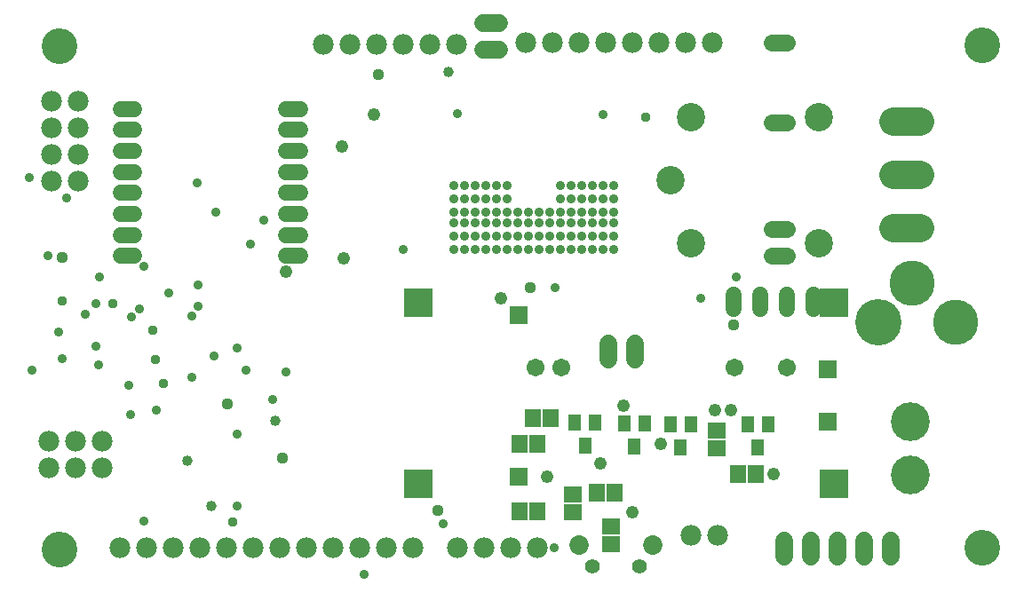
<source format=gbr>
G04 EAGLE Gerber RS-274X export*
G75*
%MOMM*%
%FSLAX34Y34*%
%LPD*%
%INSoldermask Bottom*%
%IPPOS*%
%AMOC8*
5,1,8,0,0,1.08239X$1,22.5*%
G01*
%ADD10C,3.403200*%
%ADD11C,1.981200*%
%ADD12C,2.703200*%
%ADD13C,2.743200*%
%ADD14C,1.511200*%
%ADD15C,1.611200*%
%ADD16C,1.411200*%
%ADD17C,1.853200*%
%ADD18R,1.203200X1.603200*%
%ADD19R,1.503200X1.703200*%
%ADD20R,1.703200X1.503200*%
%ADD21C,1.727200*%
%ADD22R,1.727200X1.727200*%
%ADD23C,1.524000*%
%ADD24R,2.703200X2.703200*%
%ADD25C,4.419200*%
%ADD26C,4.318000*%
%ADD27C,3.703200*%
%ADD28C,1.711200*%
%ADD29C,0.914400*%
%ADD30C,1.209600*%
%ADD31C,1.009600*%
%ADD32C,0.959600*%
%ADD33C,1.109600*%


D10*
X35000Y514700D03*
X35000Y35000D03*
X914800Y36500D03*
X914800Y515700D03*
D11*
X414020Y516890D03*
X388620Y516890D03*
X363220Y516890D03*
X337820Y516890D03*
X312420Y516890D03*
X287020Y516890D03*
X657860Y518160D03*
X632460Y518160D03*
X607060Y518160D03*
X581660Y518160D03*
X556260Y518160D03*
X530860Y518160D03*
X505460Y518160D03*
X480060Y518160D03*
X414176Y36564D03*
X439576Y36564D03*
X464976Y36564D03*
X490376Y36564D03*
D12*
X637540Y447040D03*
X637540Y327040D03*
X759540Y447040D03*
X759540Y327040D03*
X617540Y387040D03*
D13*
X830580Y341630D02*
X855980Y341630D01*
X855980Y392430D02*
X830580Y392430D01*
X830580Y443230D02*
X855980Y443230D01*
D11*
X27940Y462280D03*
X53340Y462280D03*
X27940Y436880D03*
X53340Y436880D03*
X27940Y411480D03*
X53340Y411480D03*
X27940Y386080D03*
X53340Y386080D03*
D14*
X93450Y314970D02*
X106530Y314970D01*
X106530Y334970D02*
X93450Y334970D01*
X93450Y354970D02*
X106530Y354970D01*
X106530Y374970D02*
X93450Y374970D01*
X93450Y394970D02*
X106530Y394970D01*
X106530Y414970D02*
X93450Y414970D01*
X93450Y434970D02*
X106530Y434970D01*
X106530Y454970D02*
X93450Y454970D01*
X251530Y314970D02*
X264610Y314970D01*
X264610Y334970D02*
X251530Y334970D01*
X251530Y354970D02*
X264610Y354970D01*
X264610Y374970D02*
X251530Y374970D01*
X251530Y394970D02*
X264610Y394970D01*
X264610Y414970D02*
X251530Y414970D01*
X251530Y434970D02*
X264610Y434970D01*
X264610Y454970D02*
X251530Y454970D01*
D15*
X714320Y314960D02*
X728400Y314960D01*
X728400Y340360D02*
X714320Y340360D01*
X714320Y441960D02*
X728400Y441960D01*
X728400Y518160D02*
X714320Y518160D01*
D11*
X76200Y138430D03*
X76200Y113030D03*
X50800Y138430D03*
X50800Y113030D03*
X25400Y138430D03*
X25400Y113030D03*
X92710Y36830D03*
X118110Y36830D03*
X143510Y36830D03*
X168910Y36830D03*
X194310Y36830D03*
X219710Y36830D03*
X372110Y36830D03*
X346710Y36830D03*
X321310Y36830D03*
X295910Y36830D03*
X270510Y36830D03*
X245110Y36830D03*
D16*
X588036Y18754D03*
X543036Y18754D03*
D17*
X600536Y38754D03*
X530536Y38754D03*
D11*
X662686Y48514D03*
X637286Y48514D03*
D18*
X536194Y133526D03*
X545694Y155526D03*
X526694Y155526D03*
X583438Y133272D03*
X592938Y155272D03*
X573938Y155272D03*
X627380Y132510D03*
X636880Y154510D03*
X617880Y154510D03*
D19*
X564506Y89154D03*
X547506Y89154D03*
X491100Y135636D03*
X474100Y135636D03*
D20*
X525018Y87494D03*
X525018Y70494D03*
X661416Y131454D03*
X661416Y148454D03*
D18*
X701040Y132256D03*
X710540Y154256D03*
X691540Y154256D03*
D21*
X777240Y43180D02*
X777240Y27940D01*
X802640Y27940D02*
X802640Y43180D01*
X828040Y43180D02*
X828040Y27940D01*
X751840Y27940D02*
X751840Y43180D01*
X726440Y43180D02*
X726440Y27940D01*
D22*
X767370Y156686D03*
X767370Y206686D03*
X473370Y104686D03*
X473370Y258686D03*
D23*
X753872Y264668D02*
X753872Y277876D01*
X728472Y277876D02*
X728472Y264668D01*
X703072Y264668D02*
X703072Y277876D01*
X677672Y277876D02*
X677672Y264668D01*
D21*
X454660Y537210D02*
X439420Y537210D01*
X439420Y511810D02*
X454660Y511810D01*
D24*
X773430Y97790D03*
X773430Y270510D03*
X377190Y270510D03*
X377190Y97790D03*
D25*
X816262Y251460D03*
D26*
X889470Y251714D03*
X848040Y289076D03*
D27*
X846328Y106172D03*
X846328Y156972D03*
D28*
X728980Y208280D03*
X678980Y208280D03*
X513980Y208280D03*
X488980Y208280D03*
D21*
X584200Y215900D02*
X584200Y231140D01*
X558800Y231140D02*
X558800Y215900D01*
D20*
X561340Y56760D03*
X561340Y39760D03*
D19*
X491100Y71120D03*
X474100Y71120D03*
X503800Y160020D03*
X486800Y160020D03*
X682380Y106680D03*
X699380Y106680D03*
D29*
X646176Y274828D03*
X414782Y450342D03*
X41656Y369824D03*
X127508Y167640D03*
X72390Y211328D03*
D30*
X304800Y419100D03*
X335280Y449580D03*
X251460Y299720D03*
X306070Y312420D03*
D31*
X157480Y119380D03*
X180340Y76200D03*
X241300Y157480D03*
X406400Y490220D03*
D32*
X200660Y60960D03*
X594360Y447040D03*
X134620Y193040D03*
X86360Y269240D03*
X38100Y271780D03*
X124460Y243840D03*
X127000Y215900D03*
D30*
X675640Y167640D03*
X716280Y106680D03*
D33*
X483616Y284734D03*
X396240Y72390D03*
X38100Y313690D03*
X339090Y487680D03*
X195580Y173990D03*
X247650Y121920D03*
D30*
X455676Y274066D03*
D33*
X677672Y248920D03*
D29*
X441960Y382270D03*
X431800Y382270D03*
X421640Y382270D03*
X421640Y369570D03*
X431800Y369570D03*
X441960Y369570D03*
X421640Y356870D03*
X431800Y356870D03*
X441960Y356870D03*
X452120Y356870D03*
X462280Y356870D03*
X472440Y356870D03*
X482600Y356870D03*
X492760Y356870D03*
X502920Y356870D03*
X513080Y356870D03*
X523240Y356870D03*
X533400Y356870D03*
X543560Y356870D03*
X553720Y356870D03*
X563880Y356870D03*
X563880Y369570D03*
X553720Y369570D03*
X543560Y369570D03*
X533400Y369570D03*
X523240Y369570D03*
X513080Y369570D03*
X462280Y369570D03*
X452120Y369570D03*
X452120Y382270D03*
X462280Y382270D03*
X513080Y382270D03*
X523240Y382270D03*
X533400Y382270D03*
X543560Y382270D03*
X553720Y382270D03*
X563880Y382270D03*
X139700Y279400D03*
X111760Y264160D03*
X167640Y266700D03*
X104140Y256540D03*
X34290Y242570D03*
X363220Y321310D03*
X204470Y144780D03*
X102870Y163830D03*
X182880Y219710D03*
X101600Y191770D03*
X24130Y314960D03*
X167640Y287020D03*
X229870Y349250D03*
X115570Y62230D03*
X69850Y228600D03*
X38100Y217170D03*
X6350Y389890D03*
X204470Y76200D03*
D30*
X550672Y116840D03*
D29*
X238760Y177800D03*
X251460Y204470D03*
X401320Y59690D03*
X217170Y326390D03*
X213360Y205740D03*
X506730Y36830D03*
X325374Y11430D03*
X553720Y449326D03*
X508000Y284480D03*
X680466Y295148D03*
X533400Y321310D03*
X543560Y321310D03*
X553720Y321310D03*
X563880Y321310D03*
X563880Y334010D03*
X553720Y334010D03*
X543560Y334010D03*
X533400Y334010D03*
X533400Y346710D03*
X543560Y346710D03*
X553720Y346710D03*
X563880Y346710D03*
X492760Y321310D03*
X502920Y321310D03*
X513080Y321310D03*
X523240Y321310D03*
X523240Y334010D03*
X513080Y334010D03*
X502920Y334010D03*
X492760Y334010D03*
X492760Y346710D03*
X502920Y346710D03*
X513080Y346710D03*
X523240Y346710D03*
X452120Y321310D03*
X462280Y321310D03*
X472440Y321310D03*
X482600Y321310D03*
X482600Y334010D03*
X472440Y334010D03*
X462280Y334010D03*
X452120Y334010D03*
X452120Y346710D03*
X462280Y346710D03*
X472440Y346710D03*
X482600Y346710D03*
X411480Y321310D03*
X421640Y321310D03*
X431800Y321310D03*
X441960Y321310D03*
X441960Y334010D03*
X431800Y334010D03*
X421640Y334010D03*
X411480Y334010D03*
X411480Y346710D03*
X421640Y346710D03*
X431800Y346710D03*
X441960Y346710D03*
X411480Y382270D03*
X411480Y369570D03*
X411480Y356870D03*
X184150Y356870D03*
X161290Y257810D03*
X161290Y199390D03*
X204470Y227330D03*
X59690Y259080D03*
X69850Y269240D03*
X166370Y384810D03*
X115570Y304800D03*
X73660Y294640D03*
D30*
X608838Y135636D03*
X581660Y70612D03*
X573278Y172212D03*
X500380Y104140D03*
D29*
X8890Y205740D03*
D30*
X660400Y167640D03*
M02*

</source>
